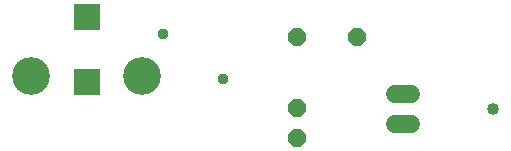
<source format=gbs>
G75*
%MOIN*%
%OFA0B0*%
%FSLAX25Y25*%
%IPPOS*%
%LPD*%
%AMOC8*
5,1,8,0,0,1.08239X$1,22.5*
%
%ADD10OC8,0.06000*%
%ADD11C,0.06000*%
%ADD12C,0.04000*%
%ADD13R,0.09068X0.09068*%
%ADD14C,0.12611*%
%ADD15C,0.03778*%
D10*
X0101500Y0102500D03*
X0101500Y0112500D03*
X0101500Y0136000D03*
X0121500Y0136000D03*
D11*
X0134400Y0117000D02*
X0139600Y0117000D01*
X0139600Y0107000D02*
X0134400Y0107000D01*
D12*
X0167000Y0112000D03*
D13*
X0031500Y0121173D03*
X0031500Y0142827D03*
D14*
X0012996Y0122984D03*
X0050004Y0122984D03*
D15*
X0057000Y0137000D03*
X0077000Y0122000D03*
M02*

</source>
